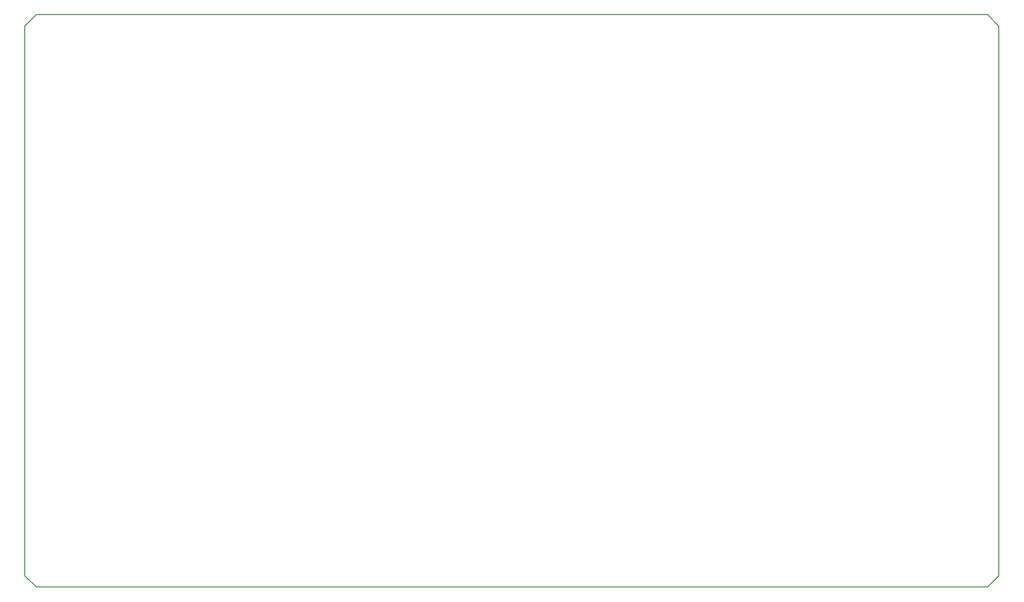
<source format=gbr>
G04 #@! TF.GenerationSoftware,KiCad,Pcbnew,(5.1.6)-1*
G04 #@! TF.CreationDate,2021-03-03T14:17:43+01:00*
G04 #@! TF.ProjectId,Busbar board,42757362-6172-4206-926f-6172642e6b69,rev?*
G04 #@! TF.SameCoordinates,PX4c4b360PY85843d4*
G04 #@! TF.FileFunction,Profile,NP*
%FSLAX46Y46*%
G04 Gerber Fmt 4.6, Leading zero omitted, Abs format (unit mm)*
G04 Created by KiCad (PCBNEW (5.1.6)-1) date 2021-03-03 14:17:43*
%MOMM*%
%LPD*%
G01*
G04 APERTURE LIST*
G04 #@! TA.AperFunction,Profile*
%ADD10C,0.200000*%
G04 #@! TD*
G04 APERTURE END LIST*
D10*
X-24999840Y-2997740D02*
X-22999840Y-4997740D01*
X-24999840Y93002260D02*
X-22999840Y95002260D01*
X143000160Y95002260D02*
X-22999840Y95002260D01*
X145000160Y93002260D02*
X143000160Y95002260D01*
X145000160Y-2997740D02*
X145000160Y93002260D01*
X-22999840Y-4997740D02*
X143000160Y-4997740D01*
X-24999840Y93002260D02*
X-24999840Y-2997740D01*
X143000160Y-4997740D02*
X145000160Y-2997740D01*
M02*

</source>
